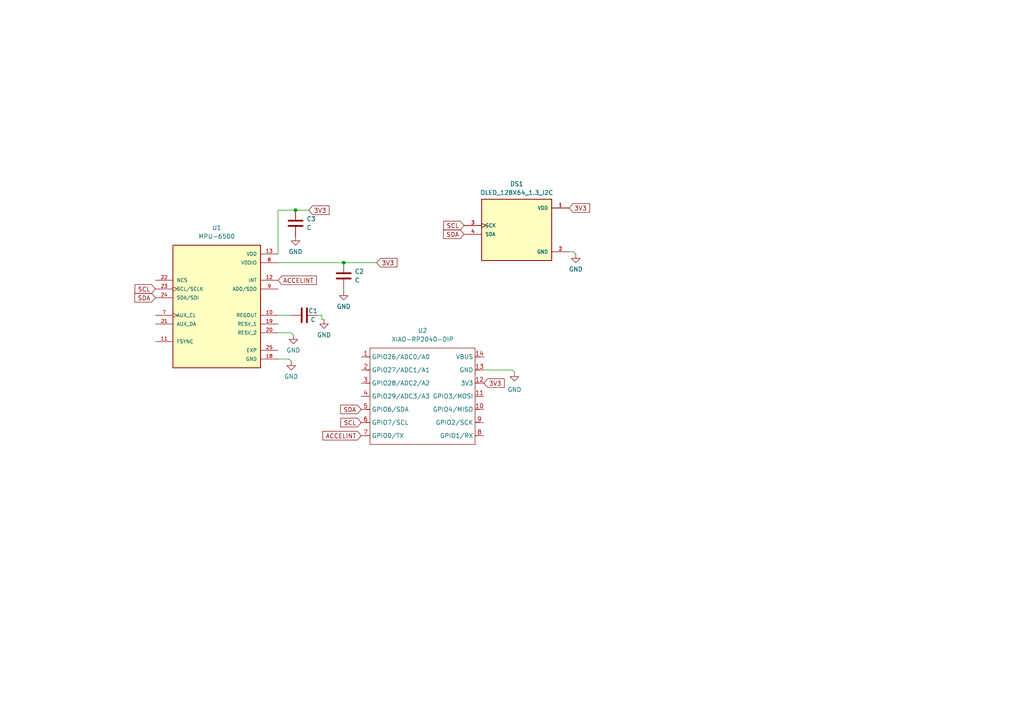
<source format=kicad_sch>
(kicad_sch (version 20250114) (generator "eeschema") (generator_version "9.0")
  (paper "A4")
  (lib_symbols
    (symbol "Device:C" (pin_numbers (hide yes)) (pin_names (offset 0.254))
      (property "Reference" "C" (at 0.635 2.54 0))
      (property "Value" "C" (at 0.635 -2.54 0))
      (symbol "C_0_1"
        (polyline (pts (xy -2.032 0.762) (xy 2.032 0.762)) (stroke (width 0.508)))
        (polyline (pts (xy -2.032 -0.762) (xy 2.032 -0.762)) (stroke (width 0.508)))
      )
      (symbol "C_1_1"
        (pin passive line (at 0 3.81 270) (length 2.794) (name "~") (number "1"))
        (pin passive line (at 0 -3.81 90) (length 2.794) (name "~") (number "2"))
      )
    )
    (symbol "MPU-6500:MPU-6500" (pin_names (offset 1.016))
      (property "Reference" "U" (at -12.7 19.05 0))
      (property "Value" "MPU-6500" (at -12.7 -19.05 0))
      (symbol "MPU-6500_0_0"
        (rectangle (start -12.7 -17.78) (end 12.7 17.78) (stroke (width 0.254)) (fill (type background)))
        (pin input line (at -17.78 7.62 0) (length 5.08) (name "NCS") (number "22"))
        (pin input clock (at -17.78 5.08 0) (length 5.08) (name "SCL/SCLK") (number "23"))
        (pin bidirectional line (at -17.78 2.54 0) (length 5.08) (name "SDA/SDI") (number "24"))
        (pin input clock (at -17.78 -2.54 0) (length 5.08) (name "AUX_CL") (number "7"))
        (pin bidirectional line (at -17.78 -5.08 0) (length 5.08) (name "AUX_DA") (number "21"))
        (pin input line (at -17.78 -10.16 0) (length 5.08) (name "FSYNC") (number "11"))
        (pin power_in line (at 17.78 15.24 180) (length 5.08) (name "VDD") (number "13"))
        (pin power_in line (at 17.78 12.7 180) (length 5.08) (name "VDDIO") (number "8"))
        (pin output line (at 17.78 7.62 180) (length 5.08) (name "INT") (number "12"))
        (pin output line (at 17.78 5.08 180) (length 5.08) (name "AD0/SDO") (number "9"))
        (pin output line (at 17.78 -2.54 180) (length 5.08) (name "REGOUT") (number "10"))
        (pin passive line (at 17.78 -5.08 180) (length 5.08) (name "RESV_1") (number "19"))
        (pin passive line (at 17.78 -7.62 180) (length 5.08) (name "RESV_2") (number "20"))
        (pin passive line (at 17.78 -12.7 180) (length 5.08) (name "EXP") (number "25"))
        (pin power_in line (at 17.78 -15.24 180) (length 5.08) (name "GND") (number "18"))
      )
    )
    (symbol "OLED_128X64_1.3_I2C:OLED_128X64_1.3_I2C" (pin_names (offset 1.016))
      (property "Reference" "DS" (at -10.16 10.922 0))
      (property "Value" "OLED_128X64_1.3_I2C" (at -10.16 -10.16 0))
      (symbol "OLED_128X64_1.3_I2C_0_0"
        (rectangle (start -10.16 -7.62) (end 10.16 10.16) (stroke (width 0.254)) (fill (type background)))
        (pin input clock (at -15.24 2.54 0) (length 5.08) (name "SCK") (number "3"))
        (pin bidirectional line (at -15.24 0 0) (length 5.08) (name "SDA") (number "4"))
        (pin power_in line (at 15.24 7.62 180) (length 5.08) (name "VDD") (number "1"))
        (pin power_in line (at 15.24 -5.08 180) (length 5.08) (name "GND") (number "2"))
      )
    )
    (symbol "Seeed_Studio_XIAO_Series:XIAO-RP2040-DIP"
      (property "Reference" "U" (at 0 0 0))
      (property "Value" "XIAO-RP2040-DIP" (at 5.334 -1.778 0))
      (symbol "XIAO-RP2040-DIP_1_0"
        (polyline (pts (xy -1.27 -2.54) (xy 29.21 -2.54)) (stroke (width 0.1524)))
        (polyline (pts (xy -1.27 -5.08) (xy -2.54 -5.08)) (stroke (width 0.1524)))
        (polyline (pts (xy -1.27 -5.08) (xy -1.27 -2.54)) (stroke (width 0.1524)))
        (polyline (pts (xy -1.27 -8.89) (xy -2.54 -8.89)) (stroke (width 0.1524)))
        (polyline (pts (xy -1.27 -8.89) (xy -1.27 -5.08)) (stroke (width 0.1524)))
        (polyline (pts (xy -1.27 -12.7) (xy -2.54 -12.7)) (stroke (width 0.1524)))
        (polyline (pts (xy -1.27 -12.7) (xy -1.27 -8.89)) (stroke (width 0.1524)))
        (polyline (pts (xy -1.27 -16.51) (xy -2.54 -16.51)) (stroke (width 0.1524)))
        (polyline (pts (xy -1.27 -16.51) (xy -1.27 -12.7)) (stroke (width 0.1524)))
        (polyline (pts (xy -1.27 -20.32) (xy -2.54 -20.32)) (stroke (width 0.1524)))
        (polyline (pts (xy -1.27 -24.13) (xy -2.54 -24.13)) (stroke (width 0.1524)))
        (polyline (pts (xy -1.27 -27.94) (xy -2.54 -27.94)) (stroke (width 0.1524)))
        (polyline (pts (xy -1.27 -30.48) (xy -1.27 -16.51)) (stroke (width 0.1524)))
        (polyline (pts (xy 29.21 -2.54) (xy 29.21 -5.08)) (stroke (width 0.1524)))
        (polyline (pts (xy 29.21 -5.08) (xy 29.21 -8.89)) (stroke (width 0.1524)))
        (polyline (pts (xy 29.21 -8.89) (xy 29.21 -12.7)) (stroke (width 0.1524)))
        (polyline (pts (xy 29.21 -12.7) (xy 29.21 -30.48)) (stroke (width 0.1524)))
        (polyline (pts (xy 29.21 -30.48) (xy -1.27 -30.48)) (stroke (width 0.1524)))
        (polyline (pts (xy 30.48 -5.08) (xy 29.21 -5.08)) (stroke (width 0.1524)))
        (polyline (pts (xy 30.48 -8.89) (xy 29.21 -8.89)) (stroke (width 0.1524)))
        (polyline (pts (xy 30.48 -12.7) (xy 29.21 -12.7)) (stroke (width 0.1524)))
        (polyline (pts (xy 30.48 -16.51) (xy 29.21 -16.51)) (stroke (width 0.1524)))
        (polyline (pts (xy 30.48 -20.32) (xy 29.21 -20.32)) (stroke (width 0.1524)))
        (polyline (pts (xy 30.48 -24.13) (xy 29.21 -24.13)) (stroke (width 0.1524)))
        (polyline (pts (xy 30.48 -27.94) (xy 29.21 -27.94)) (stroke (width 0.1524)))
        (pin passive line (at -3.81 -5.08 0) (length 2.54) (name "GPIO26/ADC0/A0") (number "1"))
        (pin passive line (at -3.81 -8.89 0) (length 2.54) (name "GPIO27/ADC1/A1") (number "2"))
        (pin passive line (at -3.81 -12.7 0) (length 2.54) (name "GPIO28/ADC2/A2") (number "3"))
        (pin passive line (at -3.81 -16.51 0) (length 2.54) (name "GPIO29/ADC3/A3") (number "4"))
        (pin passive line (at -3.81 -20.32 0) (length 2.54) (name "GPIO6/SDA") (number "5"))
        (pin passive line (at -3.81 -24.13 0) (length 2.54) (name "GPIO7/SCL") (number "6"))
        (pin passive line (at -3.81 -27.94 0) (length 2.54) (name "GPIO0/TX") (number "7"))
        (pin passive line (at 31.75 -5.08 180) (length 2.54) (name "VBUS") (number "14"))
        (pin passive line (at 31.75 -8.89 180) (length 2.54) (name "GND") (number "13"))
        (pin passive line (at 31.75 -12.7 180) (length 2.54) (name "3V3") (number "12"))
        (pin passive line (at 31.75 -16.51 180) (length 2.54) (name "GPIO3/MOSI") (number "11"))
        (pin passive line (at 31.75 -20.32 180) (length 2.54) (name "GPIO4/MISO") (number "10"))
        (pin passive line (at 31.75 -24.13 180) (length 2.54) (name "GPIO2/SCK") (number "9"))
        (pin passive line (at 31.75 -27.94 180) (length 2.54) (name "GPIO1/RX") (number "8"))
      )
    )
    (symbol "power:GND" (power) (pin_numbers (hide yes)) (pin_names (offset 0) (hide yes))
      (property "Value" "GND" (at 0 -3.81 0))
      (symbol "GND_0_1"
        (polyline (pts (xy 0 0) (xy 0 -1.27) (xy 1.27 -1.27) (xy 0 -2.54) (xy -1.27 -1.27) (xy 0 -1.27)))
      )
      (symbol "GND_1_1"
        (pin power_in line (at 0 0 270) (length 0) (name "~") (number "1"))
      )
    )
  )
  (junction (at 99.695 76.2))
  (junction (at 85.725 60.96))
  (wire (pts (xy 80.645 91.44) (xy 84.455 91.44)))
  (wire (pts (xy 85.725 60.96) (xy 89.535 60.96)))
  (wire (pts (xy 80.645 76.2) (xy 99.695 76.2)))
  (wire (pts (xy 99.695 83.82) (xy 99.695 84.455)))
  (wire (pts (xy 148.59 107.315) (xy 149.225 107.95)))
  (wire (pts (xy 140.335 107.315) (xy 148.59 107.315)))
  (wire (pts (xy 165.1 73.025) (xy 166.37 73.025)))
  (wire (pts (xy 93.345 91.44) (xy 92.075 91.44)))
  (wire (pts (xy 166.37 73.025) (xy 167.005 73.66)))
  (wire (pts (xy 93.345 92.71) (xy 93.345 91.44)))
  (wire (pts (xy 93.98 92.71) (xy 93.345 92.71)))
  (wire (pts (xy 80.645 60.96) (xy 85.725 60.96)))
  (wire (pts (xy 80.645 96.52) (xy 84.455 96.52)))
  (wire (pts (xy 83.82 104.14) (xy 84.455 104.775)))
  (wire (pts (xy 80.645 60.96) (xy 80.645 73.66)))
  (wire (pts (xy 84.455 96.52) (xy 85.09 97.155)))
  (wire (pts (xy 80.645 104.14) (xy 83.82 104.14)))
  (wire (pts (xy 99.695 76.2) (xy 109.22 76.2)))
  (global_label "SCL" (shape input) (at 45.085 83.82 180) (property "Intersheetrefs" "${INTERSHEET_REFS}" (effects (hide yes))))
  (global_label "SDA" (shape input) (at 45.085 86.36 180) (property "Intersheetrefs" "${INTERSHEET_REFS}" (effects (hide yes))))
  (global_label "SCL" (shape input) (at 104.775 122.555 180) (property "Intersheetrefs" "${INTERSHEET_REFS}" (effects (hide yes))))
  (global_label "3V3" (shape input) (at 165.1 60.325 0) (property "Intersheetrefs" "${INTERSHEET_REFS}" (effects (hide yes))))
  (global_label "ACCELINT" (shape input) (at 80.645 81.28 0) (property "Intersheetrefs" "${INTERSHEET_REFS}" (effects (hide yes))))
  (global_label "SDA" (shape input) (at 134.62 67.945 180) (property "Intersheetrefs" "${INTERSHEET_REFS}" (effects (hide yes))))
  (global_label "3V3" (shape input) (at 109.22 76.2 0) (property "Intersheetrefs" "${INTERSHEET_REFS}" (effects (hide yes))))
  (global_label "ACCELINT" (shape input) (at 104.775 126.365 180) (property "Intersheetrefs" "${INTERSHEET_REFS}" (effects (hide yes))))
  (global_label "SDA" (shape input) (at 104.775 118.745 180) (property "Intersheetrefs" "${INTERSHEET_REFS}" (effects (hide yes))))
  (global_label "3V3" (shape input) (at 89.535 60.96 0) (property "Intersheetrefs" "${INTERSHEET_REFS}" (effects (hide yes))))
  (global_label "3V3" (shape input) (at 140.335 111.125 0) (property "Intersheetrefs" "${INTERSHEET_REFS}" (effects (hide yes))))
  (global_label "SCL" (shape input) (at 134.62 65.405 180) (property "Intersheetrefs" "${INTERSHEET_REFS}" (effects (hide yes))))
  (symbol (lib_id "MPU-6500:MPU-6500") (at 62.865 88.9 0) (unit 1)
    (property "Reference" "U1" (at 62.865 66.04 0))
    (property "Value" "MPU-6500" (at 62.865 68.58 0))
    (property "Footprint" "footprints:QFN40P300X300X95-25N" (effects (hide yes)))
    (property "B_NOM" "0.2" (effects (hide yes)))
    (property "PIN_COUNT_D" "6.0" (effects (hide yes)))
    (property "Check_prices" "https://www.snapeda.com/parts/MPU-6500/TDK/view-part/?ref=eda" (effects (hide yes)))
    (property "B_MAX" "0.25" (effects (hide yes)))
    (property "Description_1" "MotionTracking Device Digital Output 1.8V 24-Pin QFN EP T/R" (effects (hide yes)))
    (property "Price" "None" (effects (hide yes)))
    (property "ENOM" "0.4" (effects (hide yes)))
    (property "D_NOM" "3.0" (effects (hide yes)))
    (property "D_MAX" "3.1" (effects (hide yes)))
    (property "L_MAX" "0.25" (effects (hide yes)))
    (property "Package" "QFN-24 TDK" (effects (hide yes)))
    (property "E2_NOM" "1.54" (effects (hide yes)))
    (property "D2_NOM" "1.7" (effects (hide yes)))
    (property "PARTREV" "1.3" (effects (hide yes)))
    (property "SnapEDA_Link" "https://www.snapeda.com/parts/MPU-6500/TDK/view-part/?ref=snap" (effects (hide yes)))
    (property "E_NOM" "3.0" (effects (hide yes)))
    (property "B_MIN" "0.15" (effects (hide yes)))
    (property "STANDARD" "IPC 7351B" (effects (hide yes)))
    (property "L_NOM" "0.3" (effects (hide yes)))
    (property "MANUFACTURER" "TDK InvenSense" (effects (hide yes)))
    (property "MF" "TDK InvenSense" (effects (hide yes)))
    (property "MAXIMUM_PACKAGE_HEIGHT" "0.95 mm" (effects (hide yes)))
    (property "PIN_COUNT_E" "6.0" (effects (hide yes)))
    (property "E_MIN" "2.9" (effects (hide yes)))
    (property "D_MIN" "2.9" (effects (hide yes)))
    (property "MP" "MPU-6500" (effects (hide yes)))
    (property "L_MIN" "0.15" (effects (hide yes)))
    (property "Availability" "In Stock" (effects (hide yes)))
    (property "E_MAX" "3.1" (effects (hide yes)))
  )
  (symbol (lib_id "power:GND") (at 149.225 107.95 0) (unit 1)
    (property "Reference" "#PWR03" (effects (hide yes)))
    (property "Value" "GND" (at 149.225 113.03 0))
    (property "Description" "Power symbol creates a global label with name \"GND\" , ground" (effects (hide yes)))
  )
  (symbol (lib_id "power:GND") (at 85.725 68.58 0) (unit 1)
    (property "Reference" "#PWR06" (effects (hide yes)))
    (property "Value" "GND" (at 85.725 73.025 0))
    (property "Description" "Power symbol creates a global label with name \"GND\" , ground" (effects (hide yes)))
  )
  (symbol (lib_id "power:GND") (at 85.09 97.155 0) (unit 1)
    (property "Reference" "#PWR01" (effects (hide yes)))
    (property "Value" "GND" (at 85.09 101.6 0))
    (property "Description" "Power symbol creates a global label with name \"GND\" , ground" (effects (hide yes)))
  )
  (symbol (lib_id "power:GND") (at 84.455 104.775 0) (unit 1)
    (property "Reference" "#PWR02" (effects (hide yes)))
    (property "Value" "GND" (at 84.455 109.22 0))
    (property "Description" "Power symbol creates a global label with name \"GND\" , ground" (effects (hide yes)))
  )
  (symbol (lib_id "power:GND") (at 93.98 92.71 0) (unit 1)
    (property "Reference" "#PWR04" (effects (hide yes)))
    (property "Value" "GND" (at 93.98 97.155 0))
    (property "Description" "Power symbol creates a global label with name \"GND\" , ground" (effects (hide yes)))
  )
  (symbol (lib_id "Seeed_Studio_XIAO_Series:XIAO-RP2040-DIP") (at 108.585 98.425 0) (unit 1)
    (property "Reference" "U2" (at 122.555 95.885 0))
    (property "Value" "XIAO-RP2040-DIP" (at 122.555 98.425 0))
    (property "Footprint" "footprints:XIAO-RP2040-DIP" (effects (hide yes)))
  )
  (symbol (lib_id "power:GND") (at 99.695 84.455 0) (unit 1)
    (property "Reference" "#PWR05" (effects (hide yes)))
    (property "Value" "GND" (at 99.695 88.9 0))
    (property "Description" "Power symbol creates a global label with name \"GND\" , ground" (effects (hide yes)))
  )
  (symbol (lib_id "Device:C") (at 99.695 80.01 0) (unit 1)
    (property "Reference" "C2" (at 102.87 78.7399 0) (effects (justify left)))
    (property "Value" "C" (at 102.87 81.2799 0) (effects (justify left)))
    (property "Footprint" "Capacitor_SMD:C_1206_3216Metric" (effects (hide yes)))
    (property "Description" "Unpolarized capacitor" (effects (hide yes)))
  )
  (symbol (lib_id "Device:C") (at 88.265 91.44 90) (unit 1)
    (property "Reference" "C1" (at 90.805 90.17 90))
    (property "Value" "C" (at 90.805 92.71 90))
    (property "Footprint" "Capacitor_SMD:C_1206_3216Metric" (effects (hide yes)))
    (property "Description" "Unpolarized capacitor" (effects (hide yes)))
  )
  (symbol (lib_id "power:GND") (at 167.005 73.66 0) (unit 1)
    (property "Reference" "#PWR07" (effects (hide yes)))
    (property "Value" "GND" (at 167.005 78.105 0))
    (property "Description" "Power symbol creates a global label with name \"GND\" , ground" (effects (hide yes)))
  )
  (symbol (lib_id "OLED_128X64_1.3_I2C:OLED_128X64_1.3_I2C") (at 149.86 67.945 0) (unit 1)
    (property "Reference" "DS1" (at 149.86 53.34 0))
    (property "Value" "OLED_128X64_1.3_I2C" (at 149.86 55.88 0))
    (property "Footprint" "footprints:128x64OLED" (effects (hide yes)))
    (property "MF" "UNIVERSAL-SOLDER Electronics Ltd" (effects (hide yes)))
    (property "Description_1" "Non-Touch Graphic LCD Display Module Transmissive White OLED, Monochrome I2C 1.3 (33.02mm) 128 x 64" (effects (hide yes)))
    (property "Package" "None" (effects (hide yes)))
    (property "Price" "None" (effects (hide yes)))
    (property "Check_prices" "https://www.snapeda.com/parts/OLED%20128x64%201.3%22%20I2C/UNIVERSAL-SOLDER+Electronics+Ltd/view-part/?ref=eda" (effects (hide yes)))
    (property "STANDARD" "Manufacturer Recommendations" (effects (hide yes)))
    (property "PARTREV" "NA" (effects (hide yes)))
    (property "SnapEDA_Link" "https://www.snapeda.com/parts/OLED%20128x64%201.3%22%20I2C/UNIVERSAL-SOLDER+Electronics+Ltd/view-part/?ref=snap" (effects (hide yes)))
    (property "MP" "OLED 128x64 1.3&quot; I2C" (effects (hide yes)))
    (property "Availability" "Not in stock" (effects (hide yes)))
    (property "MANUFACTURER" "UNIVERSAL-SOLDER Electronics Ltd" (effects (hide yes)))
  )
  (symbol (lib_id "Device:C") (at 85.725 64.77 0) (unit 1)
    (property "Reference" "C3" (at 88.9 63.4999 0) (effects (justify left)))
    (property "Value" "C" (at 88.9 66.0399 0) (effects (justify left)))
    (property "Footprint" "Capacitor_SMD:C_1206_3216Metric" (effects (hide yes)))
    (property "Description" "Unpolarized capacitor" (effects (hide yes)))
  )
)
</source>
